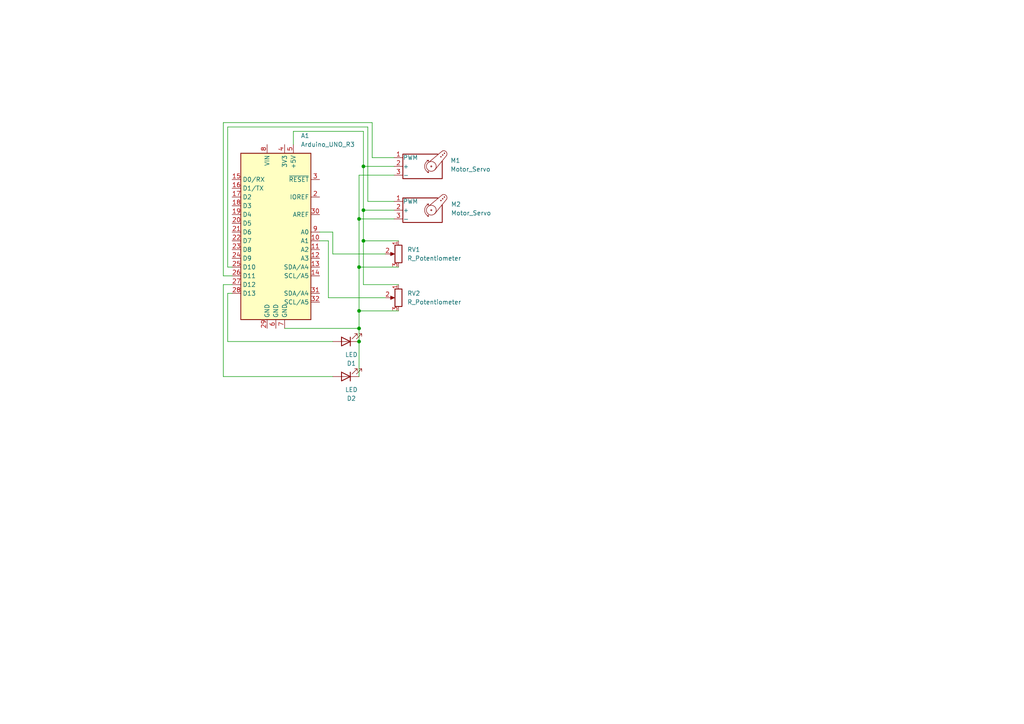
<source format=kicad_sch>
(kicad_sch
	(version 20250114)
	(generator "eeschema")
	(generator_version "9.0")
	(uuid "de6be016-d057-4e05-93ca-5815b4f6abac")
	(paper "A4")
	(title_block
		(title "Morphing wing embedded system ")
		(date "2025-03-14")
		(rev "v1")
		(comment 1 "Email: oskardmeszaros@protonmail.com")
		(comment 2 "zID: 5636164")
		(comment 3 "Designed by Oskar Meszaros")
	)
	(lib_symbols
		(symbol "Device:LED"
			(pin_numbers
				(hide yes)
			)
			(pin_names
				(offset 1.016)
				(hide yes)
			)
			(exclude_from_sim no)
			(in_bom yes)
			(on_board yes)
			(property "Reference" "D"
				(at 0 2.54 0)
				(effects
					(font
						(size 1.27 1.27)
					)
				)
			)
			(property "Value" "LED"
				(at 0 -2.54 0)
				(effects
					(font
						(size 1.27 1.27)
					)
				)
			)
			(property "Footprint" ""
				(at 0 0 0)
				(effects
					(font
						(size 1.27 1.27)
					)
					(hide yes)
				)
			)
			(property "Datasheet" "~"
				(at 0 0 0)
				(effects
					(font
						(size 1.27 1.27)
					)
					(hide yes)
				)
			)
			(property "Description" "Light emitting diode"
				(at 0 0 0)
				(effects
					(font
						(size 1.27 1.27)
					)
					(hide yes)
				)
			)
			(property "Sim.Pins" "1=K 2=A"
				(at 0 0 0)
				(effects
					(font
						(size 1.27 1.27)
					)
					(hide yes)
				)
			)
			(property "ki_keywords" "LED diode"
				(at 0 0 0)
				(effects
					(font
						(size 1.27 1.27)
					)
					(hide yes)
				)
			)
			(property "ki_fp_filters" "LED* LED_SMD:* LED_THT:*"
				(at 0 0 0)
				(effects
					(font
						(size 1.27 1.27)
					)
					(hide yes)
				)
			)
			(symbol "LED_0_1"
				(polyline
					(pts
						(xy -3.048 -0.762) (xy -4.572 -2.286) (xy -3.81 -2.286) (xy -4.572 -2.286) (xy -4.572 -1.524)
					)
					(stroke
						(width 0)
						(type default)
					)
					(fill
						(type none)
					)
				)
				(polyline
					(pts
						(xy -1.778 -0.762) (xy -3.302 -2.286) (xy -2.54 -2.286) (xy -3.302 -2.286) (xy -3.302 -1.524)
					)
					(stroke
						(width 0)
						(type default)
					)
					(fill
						(type none)
					)
				)
				(polyline
					(pts
						(xy -1.27 0) (xy 1.27 0)
					)
					(stroke
						(width 0)
						(type default)
					)
					(fill
						(type none)
					)
				)
				(polyline
					(pts
						(xy -1.27 -1.27) (xy -1.27 1.27)
					)
					(stroke
						(width 0.254)
						(type default)
					)
					(fill
						(type none)
					)
				)
				(polyline
					(pts
						(xy 1.27 -1.27) (xy 1.27 1.27) (xy -1.27 0) (xy 1.27 -1.27)
					)
					(stroke
						(width 0.254)
						(type default)
					)
					(fill
						(type none)
					)
				)
			)
			(symbol "LED_1_1"
				(pin passive line
					(at -3.81 0 0)
					(length 2.54)
					(name "K"
						(effects
							(font
								(size 1.27 1.27)
							)
						)
					)
					(number "1"
						(effects
							(font
								(size 1.27 1.27)
							)
						)
					)
				)
				(pin passive line
					(at 3.81 0 180)
					(length 2.54)
					(name "A"
						(effects
							(font
								(size 1.27 1.27)
							)
						)
					)
					(number "2"
						(effects
							(font
								(size 1.27 1.27)
							)
						)
					)
				)
			)
			(embedded_fonts no)
		)
		(symbol "Device:R_Potentiometer"
			(pin_names
				(offset 1.016)
				(hide yes)
			)
			(exclude_from_sim no)
			(in_bom yes)
			(on_board yes)
			(property "Reference" "RV"
				(at -4.445 0 90)
				(effects
					(font
						(size 1.27 1.27)
					)
				)
			)
			(property "Value" "R_Potentiometer"
				(at -2.54 0 90)
				(effects
					(font
						(size 1.27 1.27)
					)
				)
			)
			(property "Footprint" ""
				(at 0 0 0)
				(effects
					(font
						(size 1.27 1.27)
					)
					(hide yes)
				)
			)
			(property "Datasheet" "~"
				(at 0 0 0)
				(effects
					(font
						(size 1.27 1.27)
					)
					(hide yes)
				)
			)
			(property "Description" "Potentiometer"
				(at 0 0 0)
				(effects
					(font
						(size 1.27 1.27)
					)
					(hide yes)
				)
			)
			(property "ki_keywords" "resistor variable"
				(at 0 0 0)
				(effects
					(font
						(size 1.27 1.27)
					)
					(hide yes)
				)
			)
			(property "ki_fp_filters" "Potentiometer*"
				(at 0 0 0)
				(effects
					(font
						(size 1.27 1.27)
					)
					(hide yes)
				)
			)
			(symbol "R_Potentiometer_0_1"
				(rectangle
					(start 1.016 2.54)
					(end -1.016 -2.54)
					(stroke
						(width 0.254)
						(type default)
					)
					(fill
						(type none)
					)
				)
				(polyline
					(pts
						(xy 1.143 0) (xy 2.286 0.508) (xy 2.286 -0.508) (xy 1.143 0)
					)
					(stroke
						(width 0)
						(type default)
					)
					(fill
						(type outline)
					)
				)
				(polyline
					(pts
						(xy 2.54 0) (xy 1.524 0)
					)
					(stroke
						(width 0)
						(type default)
					)
					(fill
						(type none)
					)
				)
			)
			(symbol "R_Potentiometer_1_1"
				(pin passive line
					(at 0 3.81 270)
					(length 1.27)
					(name "1"
						(effects
							(font
								(size 1.27 1.27)
							)
						)
					)
					(number "1"
						(effects
							(font
								(size 1.27 1.27)
							)
						)
					)
				)
				(pin passive line
					(at 0 -3.81 90)
					(length 1.27)
					(name "3"
						(effects
							(font
								(size 1.27 1.27)
							)
						)
					)
					(number "3"
						(effects
							(font
								(size 1.27 1.27)
							)
						)
					)
				)
				(pin passive line
					(at 3.81 0 180)
					(length 1.27)
					(name "2"
						(effects
							(font
								(size 1.27 1.27)
							)
						)
					)
					(number "2"
						(effects
							(font
								(size 1.27 1.27)
							)
						)
					)
				)
			)
			(embedded_fonts no)
		)
		(symbol "MCU_Module:Arduino_UNO_R3"
			(exclude_from_sim no)
			(in_bom yes)
			(on_board yes)
			(property "Reference" "A"
				(at -10.16 23.495 0)
				(effects
					(font
						(size 1.27 1.27)
					)
					(justify left bottom)
				)
			)
			(property "Value" "Arduino_UNO_R3"
				(at 5.08 -26.67 0)
				(effects
					(font
						(size 1.27 1.27)
					)
					(justify left top)
				)
			)
			(property "Footprint" "Module:Arduino_UNO_R3"
				(at 0 0 0)
				(effects
					(font
						(size 1.27 1.27)
						(italic yes)
					)
					(hide yes)
				)
			)
			(property "Datasheet" "https://www.arduino.cc/en/Main/arduinoBoardUno"
				(at 0 0 0)
				(effects
					(font
						(size 1.27 1.27)
					)
					(hide yes)
				)
			)
			(property "Description" "Arduino UNO Microcontroller Module, release 3"
				(at 0 0 0)
				(effects
					(font
						(size 1.27 1.27)
					)
					(hide yes)
				)
			)
			(property "ki_keywords" "Arduino UNO R3 Microcontroller Module Atmel AVR USB"
				(at 0 0 0)
				(effects
					(font
						(size 1.27 1.27)
					)
					(hide yes)
				)
			)
			(property "ki_fp_filters" "Arduino*UNO*R3*"
				(at 0 0 0)
				(effects
					(font
						(size 1.27 1.27)
					)
					(hide yes)
				)
			)
			(symbol "Arduino_UNO_R3_0_1"
				(rectangle
					(start -10.16 22.86)
					(end 10.16 -25.4)
					(stroke
						(width 0.254)
						(type default)
					)
					(fill
						(type background)
					)
				)
			)
			(symbol "Arduino_UNO_R3_1_1"
				(pin bidirectional line
					(at -12.7 15.24 0)
					(length 2.54)
					(name "D0/RX"
						(effects
							(font
								(size 1.27 1.27)
							)
						)
					)
					(number "15"
						(effects
							(font
								(size 1.27 1.27)
							)
						)
					)
				)
				(pin bidirectional line
					(at -12.7 12.7 0)
					(length 2.54)
					(name "D1/TX"
						(effects
							(font
								(size 1.27 1.27)
							)
						)
					)
					(number "16"
						(effects
							(font
								(size 1.27 1.27)
							)
						)
					)
				)
				(pin bidirectional line
					(at -12.7 10.16 0)
					(length 2.54)
					(name "D2"
						(effects
							(font
								(size 1.27 1.27)
							)
						)
					)
					(number "17"
						(effects
							(font
								(size 1.27 1.27)
							)
						)
					)
				)
				(pin bidirectional line
					(at -12.7 7.62 0)
					(length 2.54)
					(name "D3"
						(effects
							(font
								(size 1.27 1.27)
							)
						)
					)
					(number "18"
						(effects
							(font
								(size 1.27 1.27)
							)
						)
					)
				)
				(pin bidirectional line
					(at -12.7 5.08 0)
					(length 2.54)
					(name "D4"
						(effects
							(font
								(size 1.27 1.27)
							)
						)
					)
					(number "19"
						(effects
							(font
								(size 1.27 1.27)
							)
						)
					)
				)
				(pin bidirectional line
					(at -12.7 2.54 0)
					(length 2.54)
					(name "D5"
						(effects
							(font
								(size 1.27 1.27)
							)
						)
					)
					(number "20"
						(effects
							(font
								(size 1.27 1.27)
							)
						)
					)
				)
				(pin bidirectional line
					(at -12.7 0 0)
					(length 2.54)
					(name "D6"
						(effects
							(font
								(size 1.27 1.27)
							)
						)
					)
					(number "21"
						(effects
							(font
								(size 1.27 1.27)
							)
						)
					)
				)
				(pin bidirectional line
					(at -12.7 -2.54 0)
					(length 2.54)
					(name "D7"
						(effects
							(font
								(size 1.27 1.27)
							)
						)
					)
					(number "22"
						(effects
							(font
								(size 1.27 1.27)
							)
						)
					)
				)
				(pin bidirectional line
					(at -12.7 -5.08 0)
					(length 2.54)
					(name "D8"
						(effects
							(font
								(size 1.27 1.27)
							)
						)
					)
					(number "23"
						(effects
							(font
								(size 1.27 1.27)
							)
						)
					)
				)
				(pin bidirectional line
					(at -12.7 -7.62 0)
					(length 2.54)
					(name "D9"
						(effects
							(font
								(size 1.27 1.27)
							)
						)
					)
					(number "24"
						(effects
							(font
								(size 1.27 1.27)
							)
						)
					)
				)
				(pin bidirectional line
					(at -12.7 -10.16 0)
					(length 2.54)
					(name "D10"
						(effects
							(font
								(size 1.27 1.27)
							)
						)
					)
					(number "25"
						(effects
							(font
								(size 1.27 1.27)
							)
						)
					)
				)
				(pin bidirectional line
					(at -12.7 -12.7 0)
					(length 2.54)
					(name "D11"
						(effects
							(font
								(size 1.27 1.27)
							)
						)
					)
					(number "26"
						(effects
							(font
								(size 1.27 1.27)
							)
						)
					)
				)
				(pin bidirectional line
					(at -12.7 -15.24 0)
					(length 2.54)
					(name "D12"
						(effects
							(font
								(size 1.27 1.27)
							)
						)
					)
					(number "27"
						(effects
							(font
								(size 1.27 1.27)
							)
						)
					)
				)
				(pin bidirectional line
					(at -12.7 -17.78 0)
					(length 2.54)
					(name "D13"
						(effects
							(font
								(size 1.27 1.27)
							)
						)
					)
					(number "28"
						(effects
							(font
								(size 1.27 1.27)
							)
						)
					)
				)
				(pin no_connect line
					(at -10.16 -20.32 0)
					(length 2.54)
					(hide yes)
					(name "NC"
						(effects
							(font
								(size 1.27 1.27)
							)
						)
					)
					(number "1"
						(effects
							(font
								(size 1.27 1.27)
							)
						)
					)
				)
				(pin power_in line
					(at -2.54 25.4 270)
					(length 2.54)
					(name "VIN"
						(effects
							(font
								(size 1.27 1.27)
							)
						)
					)
					(number "8"
						(effects
							(font
								(size 1.27 1.27)
							)
						)
					)
				)
				(pin power_in line
					(at -2.54 -27.94 90)
					(length 2.54)
					(name "GND"
						(effects
							(font
								(size 1.27 1.27)
							)
						)
					)
					(number "29"
						(effects
							(font
								(size 1.27 1.27)
							)
						)
					)
				)
				(pin power_in line
					(at 0 -27.94 90)
					(length 2.54)
					(name "GND"
						(effects
							(font
								(size 1.27 1.27)
							)
						)
					)
					(number "6"
						(effects
							(font
								(size 1.27 1.27)
							)
						)
					)
				)
				(pin power_out line
					(at 2.54 25.4 270)
					(length 2.54)
					(name "3V3"
						(effects
							(font
								(size 1.27 1.27)
							)
						)
					)
					(number "4"
						(effects
							(font
								(size 1.27 1.27)
							)
						)
					)
				)
				(pin power_in line
					(at 2.54 -27.94 90)
					(length 2.54)
					(name "GND"
						(effects
							(font
								(size 1.27 1.27)
							)
						)
					)
					(number "7"
						(effects
							(font
								(size 1.27 1.27)
							)
						)
					)
				)
				(pin power_out line
					(at 5.08 25.4 270)
					(length 2.54)
					(name "+5V"
						(effects
							(font
								(size 1.27 1.27)
							)
						)
					)
					(number "5"
						(effects
							(font
								(size 1.27 1.27)
							)
						)
					)
				)
				(pin input line
					(at 12.7 15.24 180)
					(length 2.54)
					(name "~{RESET}"
						(effects
							(font
								(size 1.27 1.27)
							)
						)
					)
					(number "3"
						(effects
							(font
								(size 1.27 1.27)
							)
						)
					)
				)
				(pin output line
					(at 12.7 10.16 180)
					(length 2.54)
					(name "IOREF"
						(effects
							(font
								(size 1.27 1.27)
							)
						)
					)
					(number "2"
						(effects
							(font
								(size 1.27 1.27)
							)
						)
					)
				)
				(pin input line
					(at 12.7 5.08 180)
					(length 2.54)
					(name "AREF"
						(effects
							(font
								(size 1.27 1.27)
							)
						)
					)
					(number "30"
						(effects
							(font
								(size 1.27 1.27)
							)
						)
					)
				)
				(pin bidirectional line
					(at 12.7 0 180)
					(length 2.54)
					(name "A0"
						(effects
							(font
								(size 1.27 1.27)
							)
						)
					)
					(number "9"
						(effects
							(font
								(size 1.27 1.27)
							)
						)
					)
				)
				(pin bidirectional line
					(at 12.7 -2.54 180)
					(length 2.54)
					(name "A1"
						(effects
							(font
								(size 1.27 1.27)
							)
						)
					)
					(number "10"
						(effects
							(font
								(size 1.27 1.27)
							)
						)
					)
				)
				(pin bidirectional line
					(at 12.7 -5.08 180)
					(length 2.54)
					(name "A2"
						(effects
							(font
								(size 1.27 1.27)
							)
						)
					)
					(number "11"
						(effects
							(font
								(size 1.27 1.27)
							)
						)
					)
				)
				(pin bidirectional line
					(at 12.7 -7.62 180)
					(length 2.54)
					(name "A3"
						(effects
							(font
								(size 1.27 1.27)
							)
						)
					)
					(number "12"
						(effects
							(font
								(size 1.27 1.27)
							)
						)
					)
				)
				(pin bidirectional line
					(at 12.7 -10.16 180)
					(length 2.54)
					(name "SDA/A4"
						(effects
							(font
								(size 1.27 1.27)
							)
						)
					)
					(number "13"
						(effects
							(font
								(size 1.27 1.27)
							)
						)
					)
				)
				(pin bidirectional line
					(at 12.7 -12.7 180)
					(length 2.54)
					(name "SCL/A5"
						(effects
							(font
								(size 1.27 1.27)
							)
						)
					)
					(number "14"
						(effects
							(font
								(size 1.27 1.27)
							)
						)
					)
				)
				(pin bidirectional line
					(at 12.7 -17.78 180)
					(length 2.54)
					(name "SDA/A4"
						(effects
							(font
								(size 1.27 1.27)
							)
						)
					)
					(number "31"
						(effects
							(font
								(size 1.27 1.27)
							)
						)
					)
				)
				(pin bidirectional line
					(at 12.7 -20.32 180)
					(length 2.54)
					(name "SCL/A5"
						(effects
							(font
								(size 1.27 1.27)
							)
						)
					)
					(number "32"
						(effects
							(font
								(size 1.27 1.27)
							)
						)
					)
				)
			)
			(embedded_fonts no)
		)
		(symbol "Motor:Motor_Servo"
			(pin_names
				(offset 0.0254)
			)
			(exclude_from_sim no)
			(in_bom yes)
			(on_board yes)
			(property "Reference" "M"
				(at -5.08 4.445 0)
				(effects
					(font
						(size 1.27 1.27)
					)
					(justify left)
				)
			)
			(property "Value" "Motor_Servo"
				(at -5.08 -4.064 0)
				(effects
					(font
						(size 1.27 1.27)
					)
					(justify left top)
				)
			)
			(property "Footprint" ""
				(at 0 -4.826 0)
				(effects
					(font
						(size 1.27 1.27)
					)
					(hide yes)
				)
			)
			(property "Datasheet" "http://forums.parallax.com/uploads/attachments/46831/74481.png"
				(at 0 -4.826 0)
				(effects
					(font
						(size 1.27 1.27)
					)
					(hide yes)
				)
			)
			(property "Description" "Servo Motor (Futaba, HiTec, JR connector)"
				(at 0 0 0)
				(effects
					(font
						(size 1.27 1.27)
					)
					(hide yes)
				)
			)
			(property "ki_keywords" "Servo Motor"
				(at 0 0 0)
				(effects
					(font
						(size 1.27 1.27)
					)
					(hide yes)
				)
			)
			(property "ki_fp_filters" "PinHeader*P2.54mm*"
				(at 0 0 0)
				(effects
					(font
						(size 1.27 1.27)
					)
					(hide yes)
				)
			)
			(symbol "Motor_Servo_0_1"
				(polyline
					(pts
						(xy 2.413 1.778) (xy 1.905 1.778)
					)
					(stroke
						(width 0)
						(type default)
					)
					(fill
						(type none)
					)
				)
				(polyline
					(pts
						(xy 2.413 1.778) (xy 2.286 1.397)
					)
					(stroke
						(width 0)
						(type default)
					)
					(fill
						(type none)
					)
				)
				(polyline
					(pts
						(xy 2.413 -1.778) (xy 2.032 -1.778)
					)
					(stroke
						(width 0)
						(type default)
					)
					(fill
						(type none)
					)
				)
				(polyline
					(pts
						(xy 2.413 -1.778) (xy 2.286 -1.397)
					)
					(stroke
						(width 0)
						(type default)
					)
					(fill
						(type none)
					)
				)
				(arc
					(start 2.413 -1.778)
					(mid 1.2406 0)
					(end 2.413 1.778)
					(stroke
						(width 0)
						(type default)
					)
					(fill
						(type none)
					)
				)
				(circle
					(center 3.175 0)
					(radius 0.1778)
					(stroke
						(width 0)
						(type default)
					)
					(fill
						(type none)
					)
				)
				(circle
					(center 3.175 0)
					(radius 1.4224)
					(stroke
						(width 0)
						(type default)
					)
					(fill
						(type none)
					)
				)
				(polyline
					(pts
						(xy 5.08 3.556) (xy -5.08 3.556) (xy -5.08 -3.556) (xy 6.35 -3.556) (xy 6.35 1.524)
					)
					(stroke
						(width 0.254)
						(type default)
					)
					(fill
						(type none)
					)
				)
				(circle
					(center 5.969 2.794)
					(radius 0.127)
					(stroke
						(width 0)
						(type default)
					)
					(fill
						(type none)
					)
				)
				(polyline
					(pts
						(xy 6.35 4.445) (xy 2.54 1.27)
					)
					(stroke
						(width 0)
						(type default)
					)
					(fill
						(type none)
					)
				)
				(circle
					(center 6.477 3.302)
					(radius 0.127)
					(stroke
						(width 0)
						(type default)
					)
					(fill
						(type none)
					)
				)
				(arc
					(start 6.35 4.445)
					(mid 7.4487 4.2737)
					(end 7.62 3.175)
					(stroke
						(width 0)
						(type default)
					)
					(fill
						(type none)
					)
				)
				(circle
					(center 6.985 3.81)
					(radius 0.127)
					(stroke
						(width 0)
						(type default)
					)
					(fill
						(type none)
					)
				)
				(polyline
					(pts
						(xy 7.62 3.175) (xy 4.191 -1.016)
					)
					(stroke
						(width 0)
						(type default)
					)
					(fill
						(type none)
					)
				)
			)
			(symbol "Motor_Servo_1_1"
				(pin passive line
					(at -7.62 2.54 0)
					(length 2.54)
					(name "PWM"
						(effects
							(font
								(size 1.27 1.27)
							)
						)
					)
					(number "1"
						(effects
							(font
								(size 1.27 1.27)
							)
						)
					)
				)
				(pin passive line
					(at -7.62 0 0)
					(length 2.54)
					(name "+"
						(effects
							(font
								(size 1.27 1.27)
							)
						)
					)
					(number "2"
						(effects
							(font
								(size 1.27 1.27)
							)
						)
					)
				)
				(pin passive line
					(at -7.62 -2.54 0)
					(length 2.54)
					(name "-"
						(effects
							(font
								(size 1.27 1.27)
							)
						)
					)
					(number "3"
						(effects
							(font
								(size 1.27 1.27)
							)
						)
					)
				)
			)
			(embedded_fonts no)
		)
	)
	(junction
		(at 105.41 69.85)
		(diameter 0)
		(color 0 0 0 0)
		(uuid "065a0e2c-86d5-45c8-9b8f-65c9b09f9b8c")
	)
	(junction
		(at 104.14 99.06)
		(diameter 0)
		(color 0 0 0 0)
		(uuid "0fb801d4-c001-42ed-bff4-857538fde14c")
	)
	(junction
		(at 104.14 63.5)
		(diameter 0)
		(color 0 0 0 0)
		(uuid "170541b2-9719-4d42-9fd2-76f5ed8f82f1")
	)
	(junction
		(at 105.41 48.26)
		(diameter 0)
		(color 0 0 0 0)
		(uuid "83f57a52-752f-4835-b028-e93898e4c7c4")
	)
	(junction
		(at 105.41 60.96)
		(diameter 0)
		(color 0 0 0 0)
		(uuid "ae5fba27-047a-481d-bcb0-cc337b2360a0")
	)
	(junction
		(at 104.14 95.25)
		(diameter 0)
		(color 0 0 0 0)
		(uuid "af0aa778-12e1-49cf-8ce4-76c8fc8b12ac")
	)
	(junction
		(at 104.14 90.17)
		(diameter 0)
		(color 0 0 0 0)
		(uuid "d0f013fa-a42c-414f-9d77-a87f30c78e00")
	)
	(junction
		(at 104.14 77.47)
		(diameter 0)
		(color 0 0 0 0)
		(uuid "e124a1a1-a46c-49d3-afd8-0db516c5d5d9")
	)
	(wire
		(pts
			(xy 105.41 60.96) (xy 105.41 69.85)
		)
		(stroke
			(width 0)
			(type default)
		)
		(uuid "0254d348-2004-40d6-b92c-7b3d769247c7")
	)
	(wire
		(pts
			(xy 106.68 36.83) (xy 66.04 36.83)
		)
		(stroke
			(width 0)
			(type default)
		)
		(uuid "032a4d76-a0b0-448b-a218-7bf3ecf8f981")
	)
	(wire
		(pts
			(xy 114.3 45.72) (xy 107.95 45.72)
		)
		(stroke
			(width 0)
			(type default)
		)
		(uuid "07e54100-a067-49cb-8f2e-6a3e61317e39")
	)
	(wire
		(pts
			(xy 64.77 35.56) (xy 64.77 80.01)
		)
		(stroke
			(width 0)
			(type default)
		)
		(uuid "1c1dd28d-07b9-4cdd-9e50-e008fcd59090")
	)
	(wire
		(pts
			(xy 114.3 58.42) (xy 106.68 58.42)
		)
		(stroke
			(width 0)
			(type default)
		)
		(uuid "223e4f46-20f0-4456-a805-8a431d7f0160")
	)
	(wire
		(pts
			(xy 105.41 48.26) (xy 105.41 38.1)
		)
		(stroke
			(width 0)
			(type default)
		)
		(uuid "24b2f31a-a0e7-4bcd-9578-65367cd8a769")
	)
	(wire
		(pts
			(xy 106.68 58.42) (xy 106.68 36.83)
		)
		(stroke
			(width 0)
			(type default)
		)
		(uuid "290c7f08-9408-4a6e-bbe5-b2f54b464fba")
	)
	(wire
		(pts
			(xy 66.04 36.83) (xy 66.04 77.47)
		)
		(stroke
			(width 0)
			(type default)
		)
		(uuid "2b4ff244-3eb8-4439-b38e-b899c62c6292")
	)
	(wire
		(pts
			(xy 104.14 77.47) (xy 115.57 77.47)
		)
		(stroke
			(width 0)
			(type default)
		)
		(uuid "2da4a003-87b9-48b7-be5f-fda69f73b500")
	)
	(wire
		(pts
			(xy 104.14 77.47) (xy 104.14 90.17)
		)
		(stroke
			(width 0)
			(type default)
		)
		(uuid "3a291633-15b2-4c42-bc7a-c544513e28d1")
	)
	(wire
		(pts
			(xy 66.04 85.09) (xy 66.04 99.06)
		)
		(stroke
			(width 0)
			(type default)
		)
		(uuid "4124943c-4cea-4879-92cb-d15fc695faf1")
	)
	(wire
		(pts
			(xy 95.25 86.36) (xy 111.76 86.36)
		)
		(stroke
			(width 0)
			(type default)
		)
		(uuid "41b6bca4-23f9-48eb-b0c8-82d9986ea8e6")
	)
	(wire
		(pts
			(xy 105.41 69.85) (xy 105.41 82.55)
		)
		(stroke
			(width 0)
			(type default)
		)
		(uuid "4903286a-1581-42ea-8b73-503fd83a77df")
	)
	(wire
		(pts
			(xy 104.14 95.25) (xy 104.14 99.06)
		)
		(stroke
			(width 0)
			(type default)
		)
		(uuid "4c700684-76d5-484c-83a1-4f8a37c0da5a")
	)
	(wire
		(pts
			(xy 105.41 48.26) (xy 114.3 48.26)
		)
		(stroke
			(width 0)
			(type default)
		)
		(uuid "4f8362c3-448d-46f8-8a70-577ff1d688c3")
	)
	(wire
		(pts
			(xy 92.71 67.31) (xy 96.52 67.31)
		)
		(stroke
			(width 0)
			(type default)
		)
		(uuid "6226768b-efaf-4f1b-b9d5-929a6cc7e63d")
	)
	(wire
		(pts
			(xy 114.3 50.8) (xy 104.14 50.8)
		)
		(stroke
			(width 0)
			(type default)
		)
		(uuid "6269e9b7-9140-4db3-b8cb-6471b8fd35a8")
	)
	(wire
		(pts
			(xy 105.41 69.85) (xy 115.57 69.85)
		)
		(stroke
			(width 0)
			(type default)
		)
		(uuid "66c8cb75-8b9c-4ea1-8e2c-aceccd41acdb")
	)
	(wire
		(pts
			(xy 104.14 90.17) (xy 115.57 90.17)
		)
		(stroke
			(width 0)
			(type default)
		)
		(uuid "7186df05-6f64-4177-bd6a-44af6346d04c")
	)
	(wire
		(pts
			(xy 95.25 69.85) (xy 95.25 86.36)
		)
		(stroke
			(width 0)
			(type default)
		)
		(uuid "74c6efc9-a4ac-4df2-90d5-30b8d57935be")
	)
	(wire
		(pts
			(xy 67.31 82.55) (xy 64.77 82.55)
		)
		(stroke
			(width 0)
			(type default)
		)
		(uuid "807b6fb7-6f08-45bc-8a8e-4fad0b1117c1")
	)
	(wire
		(pts
			(xy 66.04 99.06) (xy 96.52 99.06)
		)
		(stroke
			(width 0)
			(type default)
		)
		(uuid "95a07f86-d102-4bcb-9111-20128f9ed7af")
	)
	(wire
		(pts
			(xy 105.41 60.96) (xy 105.41 48.26)
		)
		(stroke
			(width 0)
			(type default)
		)
		(uuid "991eb07e-2a0f-4529-b79c-46ecedb07f04")
	)
	(wire
		(pts
			(xy 104.14 90.17) (xy 104.14 95.25)
		)
		(stroke
			(width 0)
			(type default)
		)
		(uuid "a600a587-30a6-4433-8900-de28e9471b35")
	)
	(wire
		(pts
			(xy 105.41 82.55) (xy 115.57 82.55)
		)
		(stroke
			(width 0)
			(type default)
		)
		(uuid "a8029b8a-7344-4974-b692-191c616b1f58")
	)
	(wire
		(pts
			(xy 104.14 63.5) (xy 114.3 63.5)
		)
		(stroke
			(width 0)
			(type default)
		)
		(uuid "a9758b90-cbd5-49b7-85fb-81f55aa0fc5a")
	)
	(wire
		(pts
			(xy 64.77 109.22) (xy 96.52 109.22)
		)
		(stroke
			(width 0)
			(type default)
		)
		(uuid "ab1fcabf-f785-41dd-ae19-cf8de71623ab")
	)
	(wire
		(pts
			(xy 105.41 38.1) (xy 85.09 38.1)
		)
		(stroke
			(width 0)
			(type default)
		)
		(uuid "aba4ca38-e840-4350-a0f6-a36d68df33d7")
	)
	(wire
		(pts
			(xy 67.31 85.09) (xy 66.04 85.09)
		)
		(stroke
			(width 0)
			(type default)
		)
		(uuid "b8384c77-f6f4-4f07-8c5f-adc64b33dd7a")
	)
	(wire
		(pts
			(xy 104.14 50.8) (xy 104.14 63.5)
		)
		(stroke
			(width 0)
			(type default)
		)
		(uuid "b8af79f7-4903-4d02-8ed6-123ae1838878")
	)
	(wire
		(pts
			(xy 114.3 60.96) (xy 105.41 60.96)
		)
		(stroke
			(width 0)
			(type default)
		)
		(uuid "b8d2480e-c125-40c7-8aa9-b1945106eb2f")
	)
	(wire
		(pts
			(xy 111.76 73.66) (xy 96.52 73.66)
		)
		(stroke
			(width 0)
			(type default)
		)
		(uuid "b9980b27-59c1-474e-a5e5-8033e4468eda")
	)
	(wire
		(pts
			(xy 64.77 82.55) (xy 64.77 109.22)
		)
		(stroke
			(width 0)
			(type default)
		)
		(uuid "c0ba5ec4-daf7-40db-a043-1e1131adf3c9")
	)
	(wire
		(pts
			(xy 85.09 38.1) (xy 85.09 41.91)
		)
		(stroke
			(width 0)
			(type default)
		)
		(uuid "c7ceee5d-5d38-4920-a0d9-2988e98b5f2d")
	)
	(wire
		(pts
			(xy 92.71 69.85) (xy 95.25 69.85)
		)
		(stroke
			(width 0)
			(type default)
		)
		(uuid "c7d5340f-8e43-4cd0-b68d-702e965d0952")
	)
	(wire
		(pts
			(xy 104.14 63.5) (xy 104.14 77.47)
		)
		(stroke
			(width 0)
			(type default)
		)
		(uuid "cac7d16b-d9d4-429c-a266-0def0492308a")
	)
	(wire
		(pts
			(xy 107.95 45.72) (xy 107.95 35.56)
		)
		(stroke
			(width 0)
			(type default)
		)
		(uuid "cb9b1d4d-e9c6-4685-8ae0-6789256b2671")
	)
	(wire
		(pts
			(xy 104.14 99.06) (xy 104.14 109.22)
		)
		(stroke
			(width 0)
			(type default)
		)
		(uuid "de0205ef-4a05-4e6d-a406-0ecc4154c6a3")
	)
	(wire
		(pts
			(xy 96.52 73.66) (xy 96.52 67.31)
		)
		(stroke
			(width 0)
			(type default)
		)
		(uuid "e636fb98-6d6e-4638-b594-22e167227e7a")
	)
	(wire
		(pts
			(xy 64.77 80.01) (xy 67.31 80.01)
		)
		(stroke
			(width 0)
			(type default)
		)
		(uuid "eeb25789-77fc-4abe-9818-e5b99432ca17")
	)
	(wire
		(pts
			(xy 107.95 35.56) (xy 64.77 35.56)
		)
		(stroke
			(width 0)
			(type default)
		)
		(uuid "f0d3d840-f5e0-4054-a29e-72c70503f4eb")
	)
	(wire
		(pts
			(xy 66.04 77.47) (xy 67.31 77.47)
		)
		(stroke
			(width 0)
			(type default)
		)
		(uuid "faff09f9-d211-4916-a81f-544c3ee36722")
	)
	(wire
		(pts
			(xy 104.14 95.25) (xy 82.55 95.25)
		)
		(stroke
			(width 0)
			(type default)
		)
		(uuid "fe55df03-6136-4326-8d44-82d5df107fc5")
	)
	(symbol
		(lib_id "Device:R_Potentiometer")
		(at 115.57 73.66 0)
		(mirror y)
		(unit 1)
		(exclude_from_sim no)
		(in_bom yes)
		(on_board yes)
		(dnp no)
		(uuid "25bdda6e-4c28-4ed6-8a80-dd289b5bdb9c")
		(property "Reference" "RV1"
			(at 118.11 72.3899 0)
			(effects
				(font
					(size 1.27 1.27)
				)
				(justify right)
			)
		)
		(property "Value" "R_Potentiometer"
			(at 118.11 74.9299 0)
			(effects
				(font
					(size 1.27 1.27)
				)
				(justify right)
			)
		)
		(property "Footprint" ""
			(at 115.57 73.66 0)
			(effects
				(font
					(size 1.27 1.27)
				)
				(hide yes)
			)
		)
		(property "Datasheet" "~"
			(at 115.57 73.66 0)
			(effects
				(font
					(size 1.27 1.27)
				)
				(hide yes)
			)
		)
		(property "Description" "Potentiometer"
			(at 115.57 73.66 0)
			(effects
				(font
					(size 1.27 1.27)
				)
				(hide yes)
			)
		)
		(pin "1"
			(uuid "511da05f-ffdb-4777-bac1-3b2a11c27abd")
		)
		(pin "3"
			(uuid "b69c4011-1816-41cc-8542-57ede14a120e")
		)
		(pin "2"
			(uuid "561ff1dc-d15d-407a-a798-0f40dd26e257")
		)
		(instances
			(project ""
				(path "/de6be016-d057-4e05-93ca-5815b4f6abac"
					(reference "RV1")
					(unit 1)
				)
			)
		)
	)
	(symbol
		(lib_id "Motor:Motor_Servo")
		(at 121.92 60.96 0)
		(unit 1)
		(exclude_from_sim no)
		(in_bom yes)
		(on_board yes)
		(dnp no)
		(fields_autoplaced yes)
		(uuid "4886e241-9900-495e-a67d-fffde3be0083")
		(property "Reference" "M2"
			(at 130.81 59.2568 0)
			(effects
				(font
					(size 1.27 1.27)
				)
				(justify left)
			)
		)
		(property "Value" "Motor_Servo"
			(at 130.81 61.7968 0)
			(effects
				(font
					(size 1.27 1.27)
				)
				(justify left)
			)
		)
		(property "Footprint" "Connector_PinHeader_2.54mm:PinHeader_1x03_P2.54mm_Vertical"
			(at 121.92 65.786 0)
			(effects
				(font
					(size 1.27 1.27)
				)
				(hide yes)
			)
		)
		(property "Datasheet" "http://forums.parallax.com/uploads/attachments/46831/74481.png"
			(at 121.92 65.786 0)
			(effects
				(font
					(size 1.27 1.27)
				)
				(hide yes)
			)
		)
		(property "Description" "Servo Motor (Futaba, HiTec, JR connector)"
			(at 121.92 60.96 0)
			(effects
				(font
					(size 1.27 1.27)
				)
				(hide yes)
			)
		)
		(pin "3"
			(uuid "cb84639d-0548-4ee4-be86-356b9f23ae7b")
		)
		(pin "1"
			(uuid "7a8228dd-22a0-435c-ad44-aee37bb95ce4")
		)
		(pin "2"
			(uuid "e0a174d9-8773-4758-996e-8e8abbcf55f7")
		)
		(instances
			(project ""
				(path "/de6be016-d057-4e05-93ca-5815b4f6abac"
					(reference "M2")
					(unit 1)
				)
			)
		)
	)
	(symbol
		(lib_id "Motor:Motor_Servo")
		(at 121.92 48.26 0)
		(unit 1)
		(exclude_from_sim no)
		(in_bom yes)
		(on_board yes)
		(dnp no)
		(fields_autoplaced yes)
		(uuid "61b29d37-7c80-4807-b8eb-7cd1c3e102e6")
		(property "Reference" "M1"
			(at 130.6442 46.5568 0)
			(effects
				(font
					(size 1.27 1.27)
				)
				(justify left)
			)
		)
		(property "Value" "Motor_Servo"
			(at 130.6442 49.0968 0)
			(effects
				(font
					(size 1.27 1.27)
				)
				(justify left)
			)
		)
		(property "Footprint" "Connector_PinHeader_2.54mm:PinHeader_1x03_P2.54mm_Vertical"
			(at 121.92 53.086 0)
			(effects
				(font
					(size 1.27 1.27)
				)
				(hide yes)
			)
		)
		(property "Datasheet" "http://forums.parallax.com/uploads/attachments/46831/74481.png"
			(at 121.92 53.086 0)
			(effects
				(font
					(size 1.27 1.27)
				)
				(hide yes)
			)
		)
		(property "Description" "Servo Motor (Futaba, HiTec, JR connector)"
			(at 121.92 48.26 0)
			(effects
				(font
					(size 1.27 1.27)
				)
				(hide yes)
			)
		)
		(pin "3"
			(uuid "f56425d6-2378-47eb-ada3-f9772316ffa0")
		)
		(pin "1"
			(uuid "8943a69e-d296-44a9-ac3b-31703d6cd98c")
		)
		(pin "2"
			(uuid "d7b06e16-9c37-4a5c-9574-df251bf982d5")
		)
		(instances
			(project ""
				(path "/de6be016-d057-4e05-93ca-5815b4f6abac"
					(reference "M1")
					(unit 1)
				)
			)
		)
	)
	(symbol
		(lib_id "Device:LED")
		(at 100.33 99.06 180)
		(unit 1)
		(exclude_from_sim no)
		(in_bom yes)
		(on_board yes)
		(dnp no)
		(uuid "66d86108-bdee-4386-979e-09da44aa8051")
		(property "Reference" "D1"
			(at 101.9175 105.41 0)
			(effects
				(font
					(size 1.27 1.27)
				)
			)
		)
		(property "Value" "LED"
			(at 101.9175 102.87 0)
			(effects
				(font
					(size 1.27 1.27)
				)
			)
		)
		(property "Footprint" "LED_THT:LED_D5.0mm_Horizontal_O6.35mm_Z15.0mm"
			(at 100.33 99.06 0)
			(effects
				(font
					(size 1.27 1.27)
				)
				(hide yes)
			)
		)
		(property "Datasheet" "~"
			(at 100.33 99.06 0)
			(effects
				(font
					(size 1.27 1.27)
				)
				(hide yes)
			)
		)
		(property "Description" "Light emitting diode"
			(at 100.33 99.06 0)
			(effects
				(font
					(size 1.27 1.27)
				)
				(hide yes)
			)
		)
		(property "Sim.Pins" "1=K 2=A"
			(at 100.33 99.06 0)
			(effects
				(font
					(size 1.27 1.27)
				)
				(hide yes)
			)
		)
		(pin "1"
			(uuid "8eb3f72d-8737-4012-8de2-fd02f9702b5e")
		)
		(pin "2"
			(uuid "f02268fb-64bb-472d-a400-1cb88cff50d6")
		)
		(instances
			(project ""
				(path "/de6be016-d057-4e05-93ca-5815b4f6abac"
					(reference "D1")
					(unit 1)
				)
			)
		)
	)
	(symbol
		(lib_id "Device:R_Potentiometer")
		(at 115.57 86.36 0)
		(mirror y)
		(unit 1)
		(exclude_from_sim no)
		(in_bom yes)
		(on_board yes)
		(dnp no)
		(uuid "9f68f197-b004-4a10-b041-5bc4136ed84e")
		(property "Reference" "RV2"
			(at 118.11 85.0899 0)
			(effects
				(font
					(size 1.27 1.27)
				)
				(justify right)
			)
		)
		(property "Value" "R_Potentiometer"
			(at 118.11 87.6299 0)
			(effects
				(font
					(size 1.27 1.27)
				)
				(justify right)
			)
		)
		(property "Footprint" ""
			(at 115.57 86.36 0)
			(effects
				(font
					(size 1.27 1.27)
				)
				(hide yes)
			)
		)
		(property "Datasheet" "~"
			(at 115.57 86.36 0)
			(effects
				(font
					(size 1.27 1.27)
				)
				(hide yes)
			)
		)
		(property "Description" "Potentiometer"
			(at 115.57 86.36 0)
			(effects
				(font
					(size 1.27 1.27)
				)
				(hide yes)
			)
		)
		(pin "2"
			(uuid "d2b5cdd8-5a79-4d41-9756-da186fa65379")
		)
		(pin "1"
			(uuid "97de2dc4-d926-47b5-94fa-1e5977ef33ae")
		)
		(pin "3"
			(uuid "1c623fa7-b482-4d4c-a215-144fd76a9688")
		)
		(instances
			(project ""
				(path "/de6be016-d057-4e05-93ca-5815b4f6abac"
					(reference "RV2")
					(unit 1)
				)
			)
		)
	)
	(symbol
		(lib_id "Device:LED")
		(at 100.33 109.22 180)
		(unit 1)
		(exclude_from_sim no)
		(in_bom yes)
		(on_board yes)
		(dnp no)
		(uuid "e5862bf1-fb39-4558-aee1-f32b058c79f2")
		(property "Reference" "D2"
			(at 101.9175 115.57 0)
			(effects
				(font
					(size 1.27 1.27)
				)
			)
		)
		(property "Value" "LED"
			(at 101.9175 113.03 0)
			(effects
				(font
					(size 1.27 1.27)
				)
			)
		)
		(property "Footprint" "LED_THT:LED_D5.0mm_Horizontal_O6.35mm_Z15.0mm"
			(at 100.33 109.22 0)
			(effects
				(font
					(size 1.27 1.27)
				)
				(hide yes)
			)
		)
		(property "Datasheet" "~"
			(at 100.33 109.22 0)
			(effects
				(font
					(size 1.27 1.27)
				)
				(hide yes)
			)
		)
		(property "Description" "Light emitting diode"
			(at 100.33 109.22 0)
			(effects
				(font
					(size 1.27 1.27)
				)
				(hide yes)
			)
		)
		(property "Sim.Pins" "1=K 2=A"
			(at 100.33 109.22 0)
			(effects
				(font
					(size 1.27 1.27)
				)
				(hide yes)
			)
		)
		(pin "1"
			(uuid "f780c175-3c27-4bcd-8cef-cd56ae204b0c")
		)
		(pin "2"
			(uuid "55ecbc07-64b9-48b1-a7e2-07a8193b6af0")
		)
		(instances
			(project ""
				(path "/de6be016-d057-4e05-93ca-5815b4f6abac"
					(reference "D2")
					(unit 1)
				)
			)
		)
	)
	(symbol
		(lib_id "MCU_Module:Arduino_UNO_R3")
		(at 80.01 67.31 0)
		(unit 1)
		(exclude_from_sim no)
		(in_bom yes)
		(on_board yes)
		(dnp no)
		(fields_autoplaced yes)
		(uuid "f6998478-6897-436a-b247-e2b3da2f6710")
		(property "Reference" "A1"
			(at 87.2333 39.37 0)
			(effects
				(font
					(size 1.27 1.27)
				)
				(justify left)
			)
		)
		(property "Value" "Arduino_UNO_R3"
			(at 87.2333 41.91 0)
			(effects
				(font
					(size 1.27 1.27)
				)
				(justify left)
			)
		)
		(property "Footprint" "Module:Arduino_UNO_R3"
			(at 80.01 67.31 0)
			(effects
				(font
					(size 1.27 1.27)
					(italic yes)
				)
				(hide yes)
			)
		)
		(property "Datasheet" "https://www.arduino.cc/en/Main/arduinoBoardUno"
			(at 80.01 67.31 0)
			(effects
				(font
					(size 1.27 1.27)
				)
				(hide yes)
			)
		)
		(property "Description" "Arduino UNO Microcontroller Module, release 3"
			(at 80.01 67.31 0)
			(effects
				(font
					(size 1.27 1.27)
				)
				(hide yes)
			)
		)
		(pin "6"
			(uuid "9e04e317-267f-44b7-9e6f-547d8dc2a2c0")
		)
		(pin "18"
			(uuid "f1d84c91-8330-4350-b839-7c249d598e31")
		)
		(pin "24"
			(uuid "2058d19d-3de6-4352-851a-d9c3d8a12ef7")
		)
		(pin "2"
			(uuid "a9b784af-3b3b-4000-839a-b662f92564da")
		)
		(pin "1"
			(uuid "2e076edf-246c-4368-9639-dd6ff1636e41")
		)
		(pin "28"
			(uuid "be914089-7689-4789-97dd-0c4bc343fe31")
		)
		(pin "23"
			(uuid "149a53b1-7c1d-4817-9351-dbc99147e088")
		)
		(pin "11"
			(uuid "7552208f-d2e3-4f3b-9eb9-886f9dfc21cc")
		)
		(pin "12"
			(uuid "9a1f5313-d3d7-4571-aa9e-89947ce2ce00")
		)
		(pin "26"
			(uuid "181c213f-6c28-467d-bbc9-c5f3d39253f5")
		)
		(pin "30"
			(uuid "eeb01040-cc11-4a5b-ac80-94ff65109c30")
		)
		(pin "22"
			(uuid "52bd01ab-2ea9-4345-bd0f-7b12da6ee6e3")
		)
		(pin "14"
			(uuid "c85303bc-9f8c-445b-b2e3-b3289251b8e7")
		)
		(pin "15"
			(uuid "2fd2daac-112d-4524-8b15-97f7a61f5ae5")
		)
		(pin "9"
			(uuid "026225fa-8e79-4f81-8f62-2bdcb2ff78a1")
		)
		(pin "27"
			(uuid "5a32d1bd-b7d0-42ce-9f1c-5817a60be040")
		)
		(pin "5"
			(uuid "96238896-59f0-4ffb-be2d-8fb9dcbb1f04")
		)
		(pin "20"
			(uuid "aa53cf56-ce90-4310-81e8-5ea6ace59e5f")
		)
		(pin "25"
			(uuid "de20e2ea-0989-45de-aa7b-14a39e39081c")
		)
		(pin "13"
			(uuid "f9b48eae-5258-4d8b-8725-c00920f7380c")
		)
		(pin "32"
			(uuid "8deeb26f-ca47-4058-8cdd-7d34a4d8974a")
		)
		(pin "19"
			(uuid "ae8b4dc4-71e3-4680-be4e-efa0505f5aaa")
		)
		(pin "29"
			(uuid "fb2501da-c57b-4a1e-9b34-4a18ee38826f")
		)
		(pin "4"
			(uuid "08605eb0-e73f-40e3-960b-9ec50c4fcd3e")
		)
		(pin "10"
			(uuid "a51e53bc-caaa-43ed-ba99-7996469233f6")
		)
		(pin "8"
			(uuid "a9e57188-d0b7-4ae9-ac91-5c21b17dc4a9")
		)
		(pin "16"
			(uuid "45708b73-332d-4d1c-9859-8025d3529bde")
		)
		(pin "17"
			(uuid "d431d0fa-6d2b-44bc-b009-9388a2e58eae")
		)
		(pin "7"
			(uuid "0b26acbc-f88c-4094-9b06-67a1e496dc11")
		)
		(pin "31"
			(uuid "71cbcd9f-cf16-4f1d-9317-e6b296b37329")
		)
		(pin "21"
			(uuid "5d683378-b679-41de-a2e4-6a389021a969")
		)
		(pin "3"
			(uuid "ab66dcbe-1b0b-4177-beb9-e2e1d47e47a7")
		)
		(instances
			(project ""
				(path "/de6be016-d057-4e05-93ca-5815b4f6abac"
					(reference "A1")
					(unit 1)
				)
			)
		)
	)
	(sheet_instances
		(path "/"
			(page "1")
		)
	)
	(embedded_fonts no)
)

</source>
